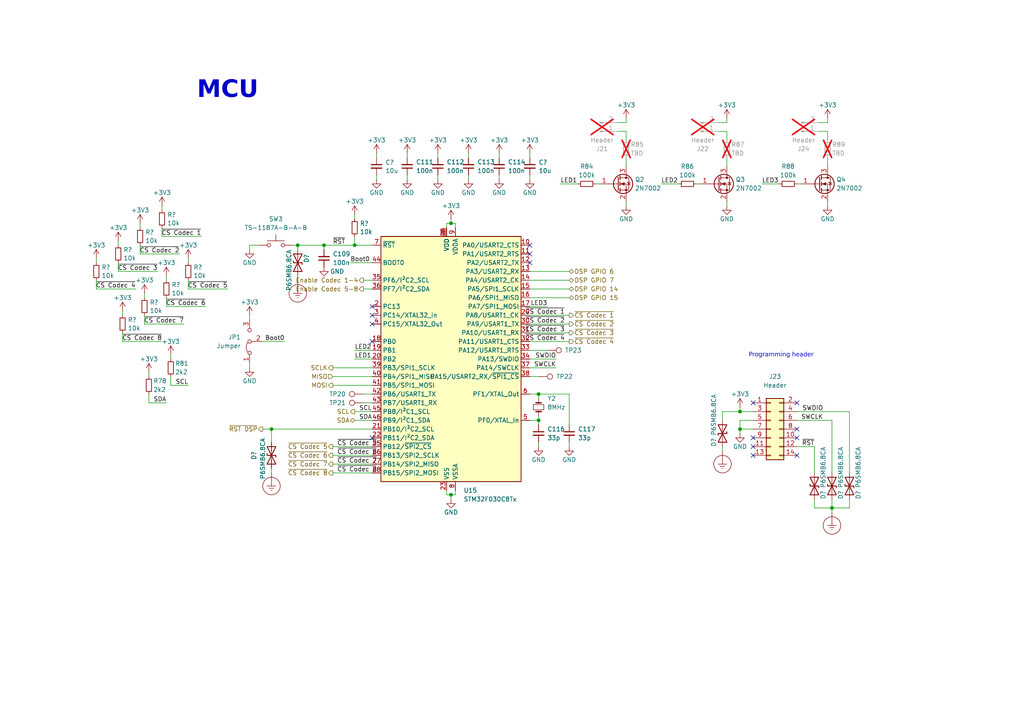
<source format=kicad_sch>
(kicad_sch (version 20230121) (generator eeschema)
  (paper "A4")
  (title_block (title "SmallDSP Maxi") (date "2023-11-06") (rev "1.0") (company "Till Heuer"))
  (junction (at 130.81 64.77))
  (junction (at 78.74 124.46))
  (junction (at 156.21 121.92))
  (junction (at 214.63 119.38))
  (junction (at 130.81 143.51))
  (junction (at 86.36 71.12))
  (junction (at 241.3 147.32))
  (junction (at 93.98 71.12))
  (junction (at 214.63 124.46))
  (junction (at 156.21 114.3))
  (junction (at 102.87 71.12))
  (no_connect (at 153.67 76.2))
  (no_connect (at 107.95 88.9))
  (no_connect (at 107.95 127))
  (no_connect (at 218.44 116.84))
  (no_connect (at 107.95 91.44))
  (no_connect (at 218.44 127))
  (no_connect (at 218.44 129.54))
  (no_connect (at 231.14 132.08))
  (no_connect (at 231.14 124.46))
  (no_connect (at 107.95 99.06))
  (no_connect (at 153.67 71.12))
  (no_connect (at 218.44 132.08))
  (no_connect (at 231.14 116.84))
  (no_connect (at 231.14 127))
  (no_connect (at 153.67 73.66))
  (no_connect (at 107.95 93.98))
  (wire (pts (xy 76.2 124.46) (xy 78.74 124.46)))
  (wire (pts (xy 107.95 101.6) (xy 102.87 101.6)))
  (wire (pts (xy 96.52 106.68) (xy 107.95 106.68)))
  (wire (pts (xy 165.1 91.44) (xy 153.67 91.44)))
  (wire (pts (xy 156.21 121.92) (xy 153.67 121.92)))
  (wire (pts (xy 49.53 111.76) (xy 49.53 109.22)))
  (wire (pts (xy 156.21 114.3) (xy 156.21 115.57)))
  (wire (pts (xy 41.91 85.09) (xy 41.91 86.36)))
  (wire (pts (xy 165.1 128.27) (xy 165.1 129.54)))
  (wire (pts (xy 153.67 83.82) (xy 165.1 83.82)))
  (wire (pts (xy 156.21 123.19) (xy 156.21 121.92)))
  (wire (pts (xy 96.52 111.76) (xy 107.95 111.76)))
  (wire (pts (xy 172.72 53.34) (xy 173.99 53.34)))
  (wire (pts (xy 165.1 114.3) (xy 156.21 114.3)))
  (wire (pts (xy 156.21 120.65) (xy 156.21 121.92)))
  (wire (pts (xy 135.89 45.72) (xy 135.89 44.45)))
  (wire (pts (xy 132.08 143.51) (xy 130.81 143.51)))
  (wire (pts (xy 129.54 66.04) (xy 129.54 64.77)))
  (wire (pts (xy 153.67 52.07) (xy 153.67 50.8)))
  (wire (pts (xy 46.99 68.58) (xy 46.99 66.04)))
  (wire (pts (xy 59.69 88.9) (xy 48.26 88.9)))
  (wire (pts (xy 66.04 83.82) (xy 54.61 83.82)))
  (wire (pts (xy 165.1 99.06) (xy 153.67 99.06)))
  (wire (pts (xy 102.87 62.23) (xy 102.87 63.5)))
  (wire (pts (xy 218.44 121.92) (xy 214.63 121.92)))
  (wire (pts (xy 165.1 96.52) (xy 153.67 96.52)))
  (wire (pts (xy 107.95 104.14) (xy 102.87 104.14)))
  (wire (pts (xy 165.1 93.98) (xy 153.67 93.98)))
  (wire (pts (xy 153.67 101.6) (xy 158.75 101.6)))
  (wire (pts (xy 153.67 78.74) (xy 165.1 78.74)))
  (wire (pts (xy 241.3 147.32) (xy 246.38 147.32)))
  (wire (pts (xy 43.18 116.84) (xy 43.18 114.3)))
  (wire (pts (xy 153.67 109.22) (xy 156.21 109.22)))
  (wire (pts (xy 181.61 58.42) (xy 181.61 59.69)))
  (wire (pts (xy 102.87 71.12) (xy 107.95 71.12)))
  (wire (pts (xy 210.82 45.72) (xy 210.82 48.26)))
  (wire (pts (xy 93.98 72.39) (xy 93.98 71.12)))
  (wire (pts (xy 135.89 52.07) (xy 135.89 50.8)))
  (wire (pts (xy 107.95 114.3) (xy 105.41 114.3)))
  (wire (pts (xy 153.67 114.3) (xy 156.21 114.3)))
  (wire (pts (xy 96.52 129.54) (xy 107.95 129.54)))
  (wire (pts (xy 210.82 34.29) (xy 210.82 35.56)))
  (wire (pts (xy 209.55 129.54) (xy 209.55 130.81)))
  (wire (pts (xy 209.55 119.38) (xy 209.55 121.92)))
  (wire (pts (xy 96.52 109.22) (xy 107.95 109.22)))
  (wire (pts (xy 236.22 147.32) (xy 241.3 147.32)))
  (wire (pts (xy 72.39 91.44) (xy 72.39 92.71)))
  (wire (pts (xy 132.08 64.77) (xy 132.08 66.04)))
  (wire (pts (xy 109.22 52.07) (xy 109.22 50.8)))
  (wire (pts (xy 231.14 119.38) (xy 246.38 119.38)))
  (wire (pts (xy 130.81 64.77) (xy 132.08 64.77)))
  (wire (pts (xy 214.63 124.46) (xy 214.63 125.73)))
  (wire (pts (xy 208.28 38.1) (xy 210.82 38.1)))
  (wire (pts (xy 240.03 58.42) (xy 240.03 59.69)))
  (wire (pts (xy 153.67 81.28) (xy 165.1 81.28)))
  (wire (pts (xy 105.41 81.28) (xy 107.95 81.28)))
  (wire (pts (xy 179.07 38.1) (xy 181.61 38.1)))
  (wire (pts (xy 241.3 144.78) (xy 241.3 147.32)))
  (wire (pts (xy 72.39 71.12) (xy 72.39 72.39)))
  (wire (pts (xy 165.1 114.3) (xy 165.1 123.19)))
  (wire (pts (xy 102.87 119.38) (xy 107.95 119.38)))
  (wire (pts (xy 181.61 45.72) (xy 181.61 48.26)))
  (wire (pts (xy 27.94 74.93) (xy 27.94 76.2)))
  (wire (pts (xy 240.03 34.29) (xy 240.03 35.56)))
  (wire (pts (xy 54.61 83.82) (xy 54.61 81.28)))
  (wire (pts (xy 214.63 124.46) (xy 218.44 124.46)))
  (wire (pts (xy 214.63 119.38) (xy 214.63 118.11)))
  (wire (pts (xy 179.07 35.56) (xy 181.61 35.56)))
  (wire (pts (xy 48.26 88.9) (xy 48.26 86.36)))
  (wire (pts (xy 46.99 59.69) (xy 46.99 60.96)))
  (wire (pts (xy 236.22 129.54) (xy 236.22 137.16)))
  (wire (pts (xy 127 45.72) (xy 127 44.45)))
  (wire (pts (xy 144.78 45.72) (xy 144.78 44.45)))
  (wire (pts (xy 54.61 74.93) (xy 54.61 76.2)))
  (wire (pts (xy 39.37 83.82) (xy 27.94 83.82)))
  (wire (pts (xy 96.52 132.08) (xy 107.95 132.08)))
  (wire (pts (xy 74.93 71.12) (xy 72.39 71.12)))
  (wire (pts (xy 78.74 135.89) (xy 78.74 137.16)))
  (wire (pts (xy 82.55 99.06) (xy 76.2 99.06)))
  (wire (pts (xy 246.38 144.78) (xy 246.38 147.32)))
  (wire (pts (xy 127 52.07) (xy 127 50.8)))
  (wire (pts (xy 210.82 58.42) (xy 210.82 59.69)))
  (wire (pts (xy 237.49 38.1) (xy 240.03 38.1)))
  (wire (pts (xy 27.94 83.82) (xy 27.94 81.28)))
  (wire (pts (xy 231.14 129.54) (xy 236.22 129.54)))
  (wire (pts (xy 153.67 88.9) (xy 158.75 88.9)))
  (wire (pts (xy 144.78 52.07) (xy 144.78 50.8)))
  (wire (pts (xy 156.21 128.27) (xy 156.21 129.54)))
  (wire (pts (xy 35.56 99.06) (xy 35.56 96.52)))
  (wire (pts (xy 78.74 124.46) (xy 78.74 128.27)))
  (wire (pts (xy 130.81 143.51) (xy 130.81 144.78)))
  (wire (pts (xy 181.61 38.1) (xy 181.61 40.64)))
  (wire (pts (xy 130.81 63.5) (xy 130.81 64.77)))
  (wire (pts (xy 218.44 119.38) (xy 214.63 119.38)))
  (wire (pts (xy 46.99 99.06) (xy 35.56 99.06)))
  (wire (pts (xy 208.28 35.56) (xy 210.82 35.56)))
  (wire (pts (xy 58.42 68.58) (xy 46.99 68.58)))
  (wire (pts (xy 102.87 68.58) (xy 102.87 71.12)))
  (wire (pts (xy 102.87 121.92) (xy 107.95 121.92)))
  (wire (pts (xy 86.36 81.28) (xy 86.36 80.01)))
  (wire (pts (xy 52.07 73.66) (xy 40.64 73.66)))
  (wire (pts (xy 241.3 121.92) (xy 241.3 137.16)))
  (wire (pts (xy 129.54 64.77) (xy 130.81 64.77)))
  (wire (pts (xy 236.22 144.78) (xy 236.22 147.32)))
  (wire (pts (xy 78.74 124.46) (xy 107.95 124.46)))
  (wire (pts (xy 45.72 78.74) (xy 34.29 78.74)))
  (wire (pts (xy 153.67 106.68) (xy 161.29 106.68)))
  (wire (pts (xy 210.82 38.1) (xy 210.82 40.64)))
  (wire (pts (xy 231.14 121.92) (xy 241.3 121.92)))
  (wire (pts (xy 214.63 121.92) (xy 214.63 124.46)))
  (wire (pts (xy 93.98 71.12) (xy 102.87 71.12)))
  (wire (pts (xy 96.52 137.16) (xy 107.95 137.16)))
  (wire (pts (xy 107.95 116.84) (xy 105.41 116.84)))
  (wire (pts (xy 109.22 45.72) (xy 109.22 44.45)))
  (wire (pts (xy 232.41 53.34) (xy 231.14 53.34)))
  (wire (pts (xy 153.67 45.72) (xy 153.67 44.45)))
  (wire (pts (xy 203.2 53.34) (xy 201.93 53.34)))
  (wire (pts (xy 241.3 147.32) (xy 241.3 148.59)))
  (wire (pts (xy 196.85 53.34) (xy 191.77 53.34)))
  (wire (pts (xy 129.54 143.51) (xy 129.54 142.24)))
  (wire (pts (xy 48.26 116.84) (xy 43.18 116.84)))
  (wire (pts (xy 96.52 134.62) (xy 107.95 134.62)))
  (wire (pts (xy 35.56 90.17) (xy 35.56 91.44)))
  (wire (pts (xy 240.03 45.72) (xy 240.03 48.26)))
  (wire (pts (xy 34.29 69.85) (xy 34.29 71.12)))
  (wire (pts (xy 41.91 93.98) (xy 41.91 91.44)))
  (wire (pts (xy 86.36 71.12) (xy 93.98 71.12)))
  (wire (pts (xy 181.61 34.29) (xy 181.61 35.56)))
  (wire (pts (xy 118.11 45.72) (xy 118.11 44.45)))
  (wire (pts (xy 105.41 83.82) (xy 107.95 83.82)))
  (wire (pts (xy 40.64 73.66) (xy 40.64 71.12)))
  (wire (pts (xy 153.67 86.36) (xy 165.1 86.36)))
  (wire (pts (xy 153.67 104.14) (xy 161.29 104.14)))
  (wire (pts (xy 85.09 71.12) (xy 86.36 71.12)))
  (wire (pts (xy 53.34 93.98) (xy 41.91 93.98)))
  (wire (pts (xy 209.55 119.38) (xy 214.63 119.38)))
  (wire (pts (xy 72.39 106.68) (xy 72.39 105.41)))
  (wire (pts (xy 34.29 78.74) (xy 34.29 76.2)))
  (wire (pts (xy 40.64 64.77) (xy 40.64 66.04)))
  (wire (pts (xy 226.06 53.34) (xy 220.98 53.34)))
  (wire (pts (xy 237.49 35.56) (xy 240.03 35.56)))
  (wire (pts (xy 54.61 111.76) (xy 49.53 111.76)))
  (wire (pts (xy 101.6 76.2) (xy 107.95 76.2)))
  (wire (pts (xy 48.26 80.01) (xy 48.26 81.28)))
  (wire (pts (xy 49.53 102.87) (xy 49.53 104.14)))
  (wire (pts (xy 240.03 38.1) (xy 240.03 40.64)))
  (wire (pts (xy 118.11 52.07) (xy 118.11 50.8)))
  (wire (pts (xy 162.56 53.34) (xy 167.64 53.34)))
  (wire (pts (xy 130.81 143.51) (xy 129.54 143.51)))
  (wire (pts (xy 43.18 107.95) (xy 43.18 109.22)))
  (wire (pts (xy 246.38 119.38) (xy 246.38 137.16)))
  (wire (pts (xy 132.08 142.24) (xy 132.08 143.51)))
  (wire (pts (xy 86.36 71.12) (xy 86.36 72.39)))
  (text "MCU" (at 57.15 30.48 0) (effects (font (size 5 5) (thickness 1) bold) (justify left bottom)))
  (text "Programming header" (at 217.17 104.14 0) (effects (font (size 1.27 1.27)) (justify left bottom)))
  (label "~{CS Codec 1}" (at 58.42 68.58 180))
  (label "~{CS Codec 1}" (at 163.83 91.44 180))
  (label "~{CS Codec 6}" (at 59.69 88.9 180))
  (label "SWDIO" (at 161.29 104.14 180))
  (label "LED1" (at 162.56 53.34 0))
  (label "~{CS Codec 5}" (at 97.79 129.54 0))
  (label "SCL" (at 54.61 111.76 180))
  (label "Boot0" (at 82.55 99.06 180))
  (label "~{CS Codec 8}" (at 97.79 137.16 0))
  (label "~{CS Codec 7}" (at 97.79 134.62 0))
  (label "~{CS Codec 3}" (at 45.72 78.74 180))
  (label "LED1" (at 102.87 104.14 0))
  (label "~{CS Codec 5}" (at 66.04 83.82 180))
  (label "~{CS Codec 2}" (at 163.83 93.98 180))
  (label "SDA" (at 48.26 116.84 180))
  (label "~{CS Codec 7}" (at 53.34 93.98 180))
  (label "Boot0" (at 101.6 76.2 0))
  (label "SWCLK" (at 161.29 106.68 180))
  (label "~{CS Codec 3}" (at 163.83 96.52 180))
  (label "LED2" (at 191.77 53.34 0))
  (label "~{CS Codec 6}" (at 97.79 132.08 0))
  (label "LED3" (at 158.75 88.9 180))
  (label "SWCLK" (at 238.76 121.92 180))
  (label "~{CS Codec 8}" (at 46.99 99.06 180))
  (label "SDA" (at 104.14 121.92 0))
  (label "SWDIO" (at 238.76 119.38 180))
  (label "~{CS Codec 4}" (at 163.83 99.06 180))
  (label "~{CS Codec 4}" (at 39.37 83.82 180))
  (label "~{RST}" (at 236.22 129.54 180))
  (label "~{CS Codec 2}" (at 52.07 73.66 180))
  (label "~{RST}" (at 96.52 71.12 0))
  (label "LED2" (at 102.87 101.6 0))
  (label "LED3" (at 220.98 53.34 0))
  (label "SCL" (at 104.14 119.38 0))
  (hierarchical_label "~{RST DSP}" (shape output) (at 76.2 124.46 180))
  (hierarchical_label "~{CS Codec 6}" (shape output) (at 96.52 132.08 180))
  (hierarchical_label "~{CS Codec 3}" (shape output) (at 165.1 96.52 0))
  (hierarchical_label "DSP GPIO 15" (shape bidirectional) (at 165.1 86.36 0))
  (hierarchical_label "~{CS Codec 1}" (shape output) (at 165.1 91.44 0))
  (hierarchical_label "Enable Codec 5-8" (shape output) (at 105.41 83.82 180))
  (hierarchical_label "SDA" (shape bidirectional) (at 102.87 121.92 180))
  (hierarchical_label "DSP GPIO 14" (shape bidirectional) (at 165.1 83.82 0))
  (hierarchical_label "SCLK" (shape output) (at 96.52 106.68 180))
  (hierarchical_label "DSP GPIO 7" (shape bidirectional) (at 165.1 81.28 0))
  (hierarchical_label "~{CS Codec 8}" (shape output) (at 96.52 137.16 180))
  (hierarchical_label "SCL" (shape output) (at 102.87 119.38 180))
  (hierarchical_label "MISO" (shape input) (at 96.52 109.22 180))
  (hierarchical_label "~{CS Codec 7}" (shape output) (at 96.52 134.62 180))
  (hierarchical_label "~{CS Codec 5}" (shape output) (at 96.52 129.54 180))
  (hierarchical_label "~{CS Codec 2}" (shape output) (at 165.1 93.98 0))
  (hierarchical_label "~{CS Codec 4}" (shape output) (at 165.1 99.06 0))
  (hierarchical_label "Enable Codec 1-4" (shape output) (at 105.41 81.28 180))
  (hierarchical_label "DSP GPIO 6" (shape bidirectional) (at 165.1 78.74 0))
  (hierarchical_label "MOSI" (shape output) (at 96.52 111.76 180))
  (symbol (lib_id "Device:R_Small") (at 170.18 53.34 270) (unit 1)
    (property "Reference" "R84" (at 170.18 48.26 90))
    (property "Value" "100k" (at 170.18 50.8 90))
    (property "Footprint" "Resistor_SMD:R_0402_1005Metric" (effects hide))
    (property "Manufacturer" "UNI-ROYAL(Uniroyal Elec)" (effects hide))
    (property "Part Number" "0402WGF1003TCE" (effects hide))
    (property "Tolerance" "1%" (effects hide))
    (property "Assembling" "X" (effects hide))
    (property "Rated Power" "62.5mW" (effects hide))
    (property "LCSC Part #" "C25741" (effects hide))
    (instances (project "SmallDSPMicro" (path "" (reference "R84") (unit 1))) (project "Microcontroller" (path "" (reference "R?") (unit 1))) (project "Active_Monitor_Router" (path "" (reference "R?") (unit 1))))
  )
  (symbol (lib_id "power:GND") (at 130.81 144.78 0) (unit 1)
    (property "Reference" "#PWR?" (effects hide))
    (property "Value" "GND" (at 130.81 148.59 0))
    (instances (project "SmallDSPMicro" (path "" (reference "#PWR?") (unit 1)) (path "" (reference "#PWR0368") (unit 1))))
  )
  (symbol (lib_id "power:+3V3") (at 49.53 102.87 0) (unit 1)
    (property "Reference" "#PWR0352" (effects hide))
    (property "Value" "+3V3" (at 49.53 99.06 0))
    (instances (project "SmallDSPMicro" (path "" (reference "#PWR0352") (unit 1))) (project "Microcontroller" (path "" (reference "#PWR?") (unit 1))) (project "Active_Monitor_Router" (path "" (reference "#PWR?") (unit 1))))
  )
  (symbol (lib_id "Device:C_Small") (at 144.78 48.26 180) (unit 1)
    (property "Reference" "C114" (at 147.32 46.99 0) (effects (justify right)))
    (property "Value" "100n" (at 147.32 49.53 0) (effects (justify right)))
    (property "Footprint" "Capacitor_SMD:C_0402_1005Metric" (effects hide))
    (property "Manufacturer" "Samsung Electro-Mechanics" (effects hide))
    (property "Part Number" "CL05B104KB54PNC" (effects hide))
    (property "Dielectric" "X7R" (effects hide))
    (property "Rated Voltage" "50V" (effects hide))
    (property "Tolerance" "10%" (effects hide))
    (property "Notes" "-25%@10VDC" (effects hide))
    (property "Assembling" "X" (effects hide))
    (property "LCSC Part #" "C307331" (effects hide))
    (instances (project "SmallDSPMicro" (path "" (reference "C114") (unit 1))) (project "Microcontroller" (path "" (reference "C?") (unit 1))) (project "Active_Monitor_Router" (path "" (reference "C?") (unit 1))))
  )
  (symbol (lib_id "power:GND") (at 127 52.07 0) (unit 1)
    (property "Reference" "#PWR0366" (effects hide))
    (property "Value" "GND" (at 127 55.88 0))
    (instances (project "SmallDSPMicro" (path "" (reference "#PWR0366") (unit 1))) (project "Microcontroller" (path "" (reference "#PWR?") (unit 1))) (project "Active_Monitor_Router" (path "" (reference "#PWR?") (unit 1))))
  )
  (symbol (lib_id "Connector:Conn_01x02_Pin") (at 173.99 38.1 0) (mirror x) (unit 1) (dnp yes)
    (property "Reference" "J21" (at 174.625 43.18 0))
    (property "Value" "Header" (at 174.625 40.64 0))
    (property "Footprint" "Connector_PinHeader_1.27mm:PinHeader_1x02_P1.27mm_Vertical" (effects hide))
    (property "LCSC Part #" "-" (effects hide))
    (property "Manufacturer" "-" (effects hide))
    (property "Part Number" "-" (effects hide))
  )
  (symbol (lib_id "Device:R_Small") (at 41.91 88.9 0) (unit 1)
    (property "Reference" "R?" (at 43.4086 87.6879 0) (effects (justify left)))
    (property "Value" "10k" (at 43.4086 90.1121 0) (effects (justify left)))
    (property "Footprint" "Resistor_SMD:R_0402_1005Metric" (effects hide))
    (property "Assembling" "X" (effects hide))
    (property "Manufacturer" "UNI-ROYAL(Uniroyal Elec)" (effects hide))
    (property "Rated Power" "62.5mW" (effects hide))
    (property "Part Number" "0402WGF1002TCE" (effects hide))
    (property "Tolerance" "1%" (effects hide))
    (property "LCSC Part #" "C25744" (effects hide))
    (instances (project "SmallDSPMicro" (path "" (reference "R?") (unit 1)) (path "" (reference "R77") (unit 1))))
  )
  (symbol (lib_id "power:+3V3") (at 109.22 44.45 0) (unit 1)
    (property "Reference" "#PWR?" (effects hide))
    (property "Value" "+3V3" (at 109.22 40.64 0))
    (instances (project "SmallDSPMicro" (path "" (reference "#PWR?") (unit 1)) (path "" (reference "#PWR0361") (unit 1))))
  )
  (symbol (lib_id "Device:D_TVS") (at 209.55 125.73 270) (mirror x) (unit 1)
    (property "Reference" "D?" (at 207.01 127 0) (effects (justify right)))
    (property "Value" "P6SMB6.8CA" (at 207.01 114.3 0) (effects (justify right)))
    (property "Footprint" "Diode_SMD:D_SMB" (effects hide))
    (property "Assembling" "X" (effects hide))
    (property "Manufacturer" "Brightking" (effects hide))
    (property "Part Number" "P6SMB6.8CA/TR13" (effects hide))
    (property "LCSC Part #" "C78395" (effects hide))
    (instances (project "SmallDSPMicro" (path "" (reference "D?") (unit 1)) (path "" (reference "D18") (unit 1))))
  )
  (symbol (lib_id "power:Earth_Protective") (at 78.74 137.16 0) (unit 1)
    (property "Reference" "#PWR?" (effects hide))
    (property "Value" "Earth_Protective" (effects hide))
    (instances (project "SmallDSPMicro" (path "" (reference "#PWR?") (unit 1)) (path "" (reference "#PWR0357") (unit 1))))
  )
  (symbol (lib_id "Device:R_Small") (at 199.39 53.34 270) (unit 1)
    (property "Reference" "R86" (at 199.39 48.26 90))
    (property "Value" "100k" (at 199.39 50.8 90))
    (property "Footprint" "Resistor_SMD:R_0402_1005Metric" (effects hide))
    (property "Manufacturer" "UNI-ROYAL(Uniroyal Elec)" (effects hide))
    (property "Part Number" "0402WGF1003TCE" (effects hide))
    (property "Tolerance" "1%" (effects hide))
    (property "Assembling" "X" (effects hide))
    (property "Rated Power" "62.5mW" (effects hide))
    (property "LCSC Part #" "C25741" (effects hide))
    (instances (project "SmallDSPMicro" (path "" (reference "R86") (unit 1))) (project "Microcontroller" (path "" (reference "R?") (unit 1))) (project "Active_Monitor_Router" (path "" (reference "R?") (unit 1))))
  )
  (symbol (lib_id "Device:D_TVS") (at 241.3 140.97 90) (unit 1)
    (property "Reference" "D?" (at 243.84 142.24 0) (effects (justify right)))
    (property "Value" "P6SMB6.8CA" (at 243.84 129.54 0) (effects (justify right)))
    (property "Footprint" "Diode_SMD:D_SMB" (effects hide))
    (property "Assembling" "X" (effects hide))
    (property "Manufacturer" "Brightking" (effects hide))
    (property "Part Number" "P6SMB6.8CA/TR13" (effects hide))
    (property "LCSC Part #" "C78395" (effects hide))
    (instances (project "SmallDSPMicro" (path "" (reference "D?") (unit 1)) (path "" (reference "D20") (unit 1))))
  )
  (symbol (lib_id "power:+3V3") (at 40.64 64.77 0) (unit 1)
    (property "Reference" "#PWR0347" (effects hide))
    (property "Value" "+3V3" (at 40.64 60.96 0))
    (instances (project "SmallDSPMicro" (path "" (reference "#PWR0347") (unit 1))) (project "Microcontroller" (path "" (reference "#PWR?") (unit 1))) (project "Active_Monitor_Router" (path "" (reference "#PWR?") (unit 1))))
  )
  (symbol (lib_id "power:GND") (at 181.61 59.69 0) (unit 1)
    (property "Reference" "#PWR0378" (effects hide))
    (property "Value" "GND" (at 181.61 63.5 0))
    (instances (project "SmallDSPMicro" (path "" (reference "#PWR0378") (unit 1))) (project "Microcontroller" (path "" (reference "#PWR?") (unit 1))) (project "Active_Monitor_Router" (path "" (reference "#PWR?") (unit 1))))
  )
  (symbol (lib_id "power:+3V3") (at 102.87 62.23 0) (unit 1)
    (property "Reference" "#PWR0360" (effects hide))
    (property "Value" "+3V3" (at 102.87 58.42 0))
    (instances (project "SmallDSPMicro" (path "" (reference "#PWR0360") (unit 1))) (project "Microcontroller" (path "" (reference "#PWR?") (unit 1))) (project "Active_Monitor_Router" (path "" (reference "#PWR?") (unit 1))))
  )
  (symbol (lib_id "power:GND") (at 144.78 52.07 0) (unit 1)
    (property "Reference" "#PWR0372" (effects hide))
    (property "Value" "GND" (at 144.78 55.88 0))
    (instances (project "SmallDSPMicro" (path "" (reference "#PWR0372") (unit 1))) (project "Microcontroller" (path "" (reference "#PWR?") (unit 1))) (project "Active_Monitor_Router" (path "" (reference "#PWR?") (unit 1))))
  )
  (symbol (lib_id "power:Earth_Protective") (at 86.36 81.28 0) (unit 1)
    (property "Reference" "#PWR?" (effects hide))
    (property "Value" "Earth_Protective" (effects hide))
    (instances (project "SmallDSPMicro" (path "" (reference "#PWR?") (unit 1)) (path "" (reference "#PWR0358") (unit 1))))
  )
  (symbol (lib_id "power:+3V3") (at 210.82 34.29 0) (unit 1)
    (property "Reference" "#PWR?" (effects hide))
    (property "Value" "+3V3" (at 210.82 30.48 0))
    (instances (project "SmallDSPMicro" (path "" (reference "#PWR?") (unit 1)) (path "" (reference "#PWR0380") (unit 1))))
  )
  (symbol (lib_id "Device:D_TVS") (at 246.38 140.97 90) (unit 1)
    (property "Reference" "D?" (at 248.92 142.24 0) (effects (justify right)))
    (property "Value" "P6SMB6.8CA" (at 248.92 129.54 0) (effects (justify right)))
    (property "Footprint" "Diode_SMD:D_SMB" (effects hide))
    (property "Assembling" "X" (effects hide))
    (property "Manufacturer" "Brightking" (effects hide))
    (property "Part Number" "P6SMB6.8CA/TR13" (effects hide))
    (property "LCSC Part #" "C78395" (effects hide))
    (instances (project "SmallDSPMicro" (path "" (reference "D?") (unit 1)) (path "" (reference "D21") (unit 1))))
  )
  (symbol (lib_id "1_Project_Symbols:STM32F030C8Tx") (at 130.81 106.68 0) (unit 1)
    (property "Reference" "U15" (at 134.453 142.24 0) (effects (justify left)))
    (property "Value" "STM32F030C8Tx" (at 134.453 144.78 0) (effects (justify left)))
    (property "Footprint" "Package_QFP:LQFP-48_7x7mm_P0.5mm" (effects hide))
    (property "Datasheet" "https://www.st.com/resource/en/datasheet/stm32f030c8.pdf" (effects hide))
    (property "Assembling" "X" (effects hide))
    (property "Manufacturer" "ST Microelectronics" (effects hide))
    (property "Part Number" "STM32F030C8T6" (effects hide))
    (property "LCSC Part #" "C23922" (effects hide))
  )
  (symbol (lib_id "power:+3V3") (at 54.61 74.93 0) (unit 1)
    (property "Reference" "#PWR0353" (effects hide))
    (property "Value" "+3V3" (at 54.61 71.12 0))
    (instances (project "SmallDSPMicro" (path "" (reference "#PWR0353") (unit 1))) (project "Microcontroller" (path "" (reference "#PWR?") (unit 1))) (project "Active_Monitor_Router" (path "" (reference "#PWR?") (unit 1))))
  )
  (symbol (lib_id "power:+3V3") (at 35.56 90.17 0) (unit 1)
    (property "Reference" "#PWR0346" (effects hide))
    (property "Value" "+3V3" (at 35.56 86.36 0))
    (instances (project "SmallDSPMicro" (path "" (reference "#PWR0346") (unit 1))) (project "Microcontroller" (path "" (reference "#PWR?") (unit 1))) (project "Active_Monitor_Router" (path "" (reference "#PWR?") (unit 1))))
  )
  (symbol (lib_id "power:+3V3") (at 41.91 85.09 0) (unit 1)
    (property "Reference" "#PWR0348" (effects hide))
    (property "Value" "+3V3" (at 41.91 81.28 0))
    (instances (project "SmallDSPMicro" (path "" (reference "#PWR0348") (unit 1))) (project "Microcontroller" (path "" (reference "#PWR?") (unit 1))) (project "Active_Monitor_Router" (path "" (reference "#PWR?") (unit 1))))
  )
  (symbol (lib_id "Device:R_Small") (at 48.26 83.82 0) (unit 1)
    (property "Reference" "R?" (at 49.7586 82.6079 0) (effects (justify left)))
    (property "Value" "10k" (at 49.7586 85.0321 0) (effects (justify left)))
    (property "Footprint" "Resistor_SMD:R_0402_1005Metric" (effects hide))
    (property "Assembling" "X" (effects hide))
    (property "Manufacturer" "UNI-ROYAL(Uniroyal Elec)" (effects hide))
    (property "Rated Power" "62.5mW" (effects hide))
    (property "Part Number" "0402WGF1002TCE" (effects hide))
    (property "Tolerance" "1%" (effects hide))
    (property "LCSC Part #" "C25744" (effects hide))
    (instances (project "SmallDSPMicro" (path "" (reference "R?") (unit 1)) (path "" (reference "R80") (unit 1))))
  )
  (symbol (lib_id "Connector:Conn_01x02_Pin") (at 232.41 38.1 0) (mirror x) (unit 1) (dnp yes)
    (property "Reference" "J24" (at 233.045 43.18 0))
    (property "Value" "Header" (at 233.045 40.64 0))
    (property "Footprint" "Connector_PinHeader_1.27mm:PinHeader_1x02_P1.27mm_Vertical" (effects hide))
    (property "LCSC Part #" "-" (effects hide))
    (property "Manufacturer" "-" (effects hide))
    (property "Part Number" "-" (effects hide))
  )
  (symbol (lib_id "power:GND") (at 135.89 52.07 0) (unit 1)
    (property "Reference" "#PWR0370" (effects hide))
    (property "Value" "GND" (at 135.89 55.88 0))
    (instances (project "SmallDSPMicro" (path "" (reference "#PWR0370") (unit 1))) (project "Microcontroller" (path "" (reference "#PWR?") (unit 1))) (project "Active_Monitor_Router" (path "" (reference "#PWR?") (unit 1))))
  )
  (symbol (lib_id "Connector:Conn_01x02_Pin") (at 203.2 38.1 0) (mirror x) (unit 1) (dnp yes)
    (property "Reference" "J22" (at 203.835 43.18 0))
    (property "Value" "Header" (at 203.835 40.64 0))
    (property "Footprint" "Connector_PinHeader_1.27mm:PinHeader_1x02_P1.27mm_Vertical" (effects hide))
    (property "LCSC Part #" "-" (effects hide))
    (property "Manufacturer" "-" (effects hide))
    (property "Part Number" "-" (effects hide))
  )
  (symbol (lib_id "Device:R_Small") (at 49.53 106.68 0) (unit 1)
    (property "Reference" "R81" (at 50.8 105.41 0) (effects (justify left)))
    (property "Value" "2k2" (at 50.8 107.95 0) (effects (justify left)))
    (property "Footprint" "Resistor_SMD:R_0402_1005Metric" (effects hide))
    (property "Manufacturer" "UNI-ROYAL(Uniroyal Elec)" (effects hide))
    (property "Part Number" "0402WGF2201TCE" (effects hide))
    (property "Tolerance" "1%" (effects hide))
    (property "Assembling" "X" (effects hide))
    (property "Rated Power" "62.5mW" (effects hide))
    (property "LCSC Part #" "C25879" (effects hide))
    (instances (project "SmallDSPMicro" (path "" (reference "R81") (unit 1))) (project "Microcontroller" (path "" (reference "R?") (unit 1))) (project "Active_Monitor_Router" (path "" (reference "R?") (unit 1))))
  )
  (symbol (lib_id "Device:R_Small") (at 27.94 78.74 0) (unit 1)
    (property "Reference" "R?" (at 29.4386 77.5279 0) (effects (justify left)))
    (property "Value" "10k" (at 29.4386 79.9521 0) (effects (justify left)))
    (property "Footprint" "Resistor_SMD:R_0402_1005Metric" (effects hide))
    (property "Assembling" "X" (effects hide))
    (property "Manufacturer" "UNI-ROYAL(Uniroyal Elec)" (effects hide))
    (property "Rated Power" "62.5mW" (effects hide))
    (property "Part Number" "0402WGF1002TCE" (effects hide))
    (property "Tolerance" "1%" (effects hide))
    (property "LCSC Part #" "C25744" (effects hide))
    (instances (project "SmallDSPMicro" (path "" (reference "R?") (unit 1)) (path "" (reference "R73") (unit 1))))
  )
  (symbol (lib_id "power:GND") (at 153.67 52.07 0) (unit 1)
    (property "Reference" "#PWR0374" (effects hide))
    (property "Value" "GND" (at 153.67 55.88 0))
    (instances (project "SmallDSPMicro" (path "" (reference "#PWR0374") (unit 1))) (project "Microcontroller" (path "" (reference "#PWR?") (unit 1))) (project "Active_Monitor_Router" (path "" (reference "#PWR?") (unit 1))))
  )
  (symbol (lib_id "Device:D_TVS") (at 236.22 140.97 90) (unit 1)
    (property "Reference" "D?" (at 238.76 142.24 0) (effects (justify right)))
    (property "Value" "P6SMB6.8CA" (at 238.76 129.54 0) (effects (justify right)))
    (property "Footprint" "Diode_SMD:D_SMB" (effects hide))
    (property "Assembling" "X" (effects hide))
    (property "Manufacturer" "Brightking" (effects hide))
    (property "Part Number" "P6SMB6.8CA/TR13" (effects hide))
    (property "LCSC Part #" "C78395" (effects hide))
    (instances (project "SmallDSPMicro" (path "" (reference "D?") (unit 1)) (path "" (reference "D19") (unit 1))))
  )
  (symbol (lib_id "Device:R_Small") (at 54.61 78.74 0) (unit 1)
    (property "Reference" "R?" (at 56.1086 77.5279 0) (effects (justify left)))
    (property "Value" "10k" (at 56.1086 79.9521 0) (effects (justify left)))
    (property "Footprint" "Resistor_SMD:R_0402_1005Metric" (effects hide))
    (property "Assembling" "X" (effects hide))
    (property "Manufacturer" "UNI-ROYAL(Uniroyal Elec)" (effects hide))
    (property "Rated Power" "62.5mW" (effects hide))
    (property "Part Number" "0402WGF1002TCE" (effects hide))
    (property "Tolerance" "1%" (effects hide))
    (property "LCSC Part #" "C25744" (effects hide))
    (instances (project "SmallDSPMicro" (path "" (reference "R?") (unit 1)) (path "" (reference "R82") (unit 1))))
  )
  (symbol (lib_id "Device:R_Small") (at 240.03 43.18 0) (unit 1) (dnp yes)
    (property "Reference" "R89" (at 241.3 41.91 0) (effects (justify left)))
    (property "Value" "TBD" (at 241.3 44.45 0) (effects (justify left)))
    (property "Footprint" "Resistor_SMD:R_0805_2012Metric_Pad1.20x1.40mm_HandSolder" (effects hide))
    (property "LCSC Part #" "-" (effects hide))
    (property "Manufacturer" "-" (effects hide))
    (property "Part Number" "-" (effects hide))
  )
  (symbol (lib_id "power:GND") (at 72.39 72.39 0) (unit 1)
    (property "Reference" "#PWR0354" (effects hide))
    (property "Value" "GND" (at 72.39 76.2 0))
    (instances (project "SmallDSPMicro" (path "" (reference "#PWR0354") (unit 1))) (project "Microcontroller" (path "" (reference "#PWR?") (unit 1))) (project "Active_Monitor_Router" (path "" (reference "#PWR?") (unit 1))))
  )
  (symbol (lib_id "Device:C_Small") (at 165.1 125.73 0) (unit 1)
    (property "Reference" "C117" (at 167.64 124.46 0) (effects (justify left)))
    (property "Value" "33p" (at 167.64 127 0) (effects (justify left)))
    (property "Footprint" "Capacitor_SMD:C_0402_1005Metric" (effects hide))
    (property "Dielectric" "C0G" (effects hide))
    (property "Rated Voltage" "50V" (effects hide))
    (property "Manufacturer" "FH (Guangdong Fenghua Advanced Tech)" (effects hide))
    (property "Part Number" "0402CG330J500NT" (effects hide))
    (property "Tolerance" "5%" (effects hide))
    (property "Assembling" "X" (effects hide))
    (property "LCSC Part #" "C1562" (effects hide))
    (instances (project "SmallDSPMicro" (path "" (reference "C117") (unit 1))) (project "Microcontroller" (path "" (reference "C?") (unit 1))) (project "Active_Monitor_Router" (path "" (reference "C?") (unit 1))))
  )
  (symbol (lib_id "Device:Q_NMOS_GSD") (at 237.49 53.34 0) (unit 1)
    (property "Reference" "Q4" (at 242.57 52.07 0) (effects (justify left)))
    (property "Value" "2N7002" (at 242.57 54.61 0) (effects (justify left)))
    (property "Footprint" "Package_TO_SOT_SMD:SOT-23" (effects hide))
    (property "Assembling" "X" (effects hide))
    (property "Manufacturer" "Jiangsu Changjing Electronics Technology Co., Ltd." (effects hide))
    (property "Part Number" "2N7002" (effects hide))
    (property "LCSC Part #" "C8545" (effects hide))
  )
  (symbol (lib_id "Connector_Generic:Conn_02x07_Odd_Even") (at 223.52 124.46 0) (unit 1)
    (property "Reference" "J23" (at 224.79 109.22 0))
    (property "Value" "Header" (at 224.79 111.76 0))
    (property "Footprint" "Connector_PinHeader_1.27mm:PinHeader_2x07_P1.27mm_Vertical" (effects hide))
    (property "Manufacturer" "Amphenol FCI" (effects hide))
    (property "Part Number" "20021111-00014T1LF" (effects hide))
    (property "LCSC Part #" "-" (effects hide))
    (instances (project "SmallDSPMicro" (path "" (reference "J23") (unit 1))) (project "Microcontroller" (path "" (reference "J?") (unit 1))) (project "Active_Monitor_Router" (path "" (reference "J?") (unit 1))))
  )
  (symbol (lib_id "power:GND") (at 156.21 129.54 0) (mirror y) (unit 1)
    (property "Reference" "#PWR0375" (effects hide))
    (property "Value" "GND" (at 156.21 133.35 0))
    (instances (project "SmallDSPMicro" (path "" (reference "#PWR0375") (unit 1))) (project "Microcontroller" (path "" (reference "#PWR?") (unit 1))) (project "Active_Monitor_Router" (path "" (reference "#PWR?") (unit 1))))
  )
  (symbol (lib_id "power:+3V3") (at 130.81 63.5 0) (unit 1)
    (property "Reference" "#PWR?" (effects hide))
    (property "Value" "+3V3" (at 130.81 59.69 0))
    (instances (project "SmallDSPMicro" (path "" (reference "#PWR?") (unit 1)) (path "" (reference "#PWR0367") (unit 1))))
  )
  (symbol (lib_id "Device:D_TVS") (at 86.36 76.2 90) (unit 1)
    (property "Reference" "D?" (at 88.9 73.66 0) (effects (justify right)))
    (property "Value" "P6SMB6.8CA" (at 83.82 72.39 0) (effects (justify right)))
    (property "Footprint" "Diode_SMD:D_SMB" (effects hide))
    (property "Assembling" "X" (effects hide))
    (property "Manufacturer" "Brightking" (effects hide))
    (property "Part Number" "P6SMB6.8CA/TR13" (effects hide))
    (property "LCSC Part #" "C78395" (effects hide))
    (instances (project "SmallDSPMicro" (path "" (reference "D?") (unit 1)) (path "" (reference "D17") (unit 1))))
  )
  (symbol (lib_id "power:GND") (at 118.11 52.07 0) (unit 1)
    (property "Reference" "#PWR0364" (effects hide))
    (property "Value" "GND" (at 118.11 55.88 0))
    (instances (project "SmallDSPMicro" (path "" (reference "#PWR0364") (unit 1))) (project "Microcontroller" (path "" (reference "#PWR?") (unit 1))) (project "Active_Monitor_Router" (path "" (reference "#PWR?") (unit 1))))
  )
  (symbol (lib_id "power:+3V3") (at 72.39 91.44 0) (unit 1)
    (property "Reference" "#PWR0355" (effects hide))
    (property "Value" "+3V3" (at 72.39 87.63 0))
    (instances (project "SmallDSPMicro" (path "" (reference "#PWR0355") (unit 1))) (project "Microcontroller" (path "" (reference "#PWR?") (unit 1))) (project "Active_Monitor_Router" (path "" (reference "#PWR?") (unit 1))))
  )
  (symbol (lib_id "power:GND") (at 214.63 125.73 0) (unit 1)
    (property "Reference" "#PWR0383" (effects hide))
    (property "Value" "GND" (at 214.63 129.54 0))
    (instances (project "SmallDSPMicro" (path "" (reference "#PWR0383") (unit 1))) (project "Microcontroller" (path "" (reference "#PWR?") (unit 1))) (project "Active_Monitor_Router" (path "" (reference "#PWR?") (unit 1))))
  )
  (symbol (lib_id "Connector:TestPoint") (at 105.41 116.84 90) (unit 1)
    (property "Reference" "TP21" (at 100.33 116.84 90) (effects (justify left)))
    (property "Value" "TestPoint" (effects hide))
    (property "Footprint" "TestPoint:TestPoint_Pad_D1.0mm" (effects hide))
    (property "LCSC Part #" "-" (effects hide))
    (property "Manufacturer" "-" (effects hide))
    (property "Part Number" "-" (effects hide))
  )
  (symbol (lib_id "power:Earth_Protective") (at 209.55 130.81 0) (unit 1)
    (property "Reference" "#PWR?" (effects hide))
    (property "Value" "Earth_Protective" (effects hide))
    (instances (project "SmallDSPMicro" (path "" (reference "#PWR?") (unit 1)) (path "" (reference "#PWR0379") (unit 1))))
  )
  (symbol (lib_id "power:+3V3") (at 27.94 74.93 0) (unit 1)
    (property "Reference" "#PWR0344" (effects hide))
    (property "Value" "+3V3" (at 27.94 71.12 0))
    (instances (project "SmallDSPMicro" (path "" (reference "#PWR0344") (unit 1))) (project "Microcontroller" (path "" (reference "#PWR?") (unit 1))) (project "Active_Monitor_Router" (path "" (reference "#PWR?") (unit 1))))
  )
  (symbol (lib_id "power:+3V3") (at 127 44.45 0) (unit 1)
    (property "Reference" "#PWR?" (effects hide))
    (property "Value" "+3V3" (at 127 40.64 0))
    (instances (project "SmallDSPMicro" (path "" (reference "#PWR?") (unit 1)) (path "" (reference "#PWR0365") (unit 1))))
  )
  (symbol (lib_id "Jumper:Jumper_3_Bridged12") (at 72.39 99.06 90) (unit 1)
    (property "Reference" "JP1" (at 69.85 97.7899 90) (effects (justify left)))
    (property "Value" "Jumper" (at 69.85 100.3299 90) (effects (justify left)))
    (property "Footprint" "Connector_PinHeader_2.54mm:PinHeader_1x03_P2.54mm_Vertical" (effects hide))
    (property "Manufacturer" "-" (effects hide))
    (property "Part Number" "-" (effects hide))
    (property "LCSC Part #" "-" (effects hide))
    (instances (project "SmallDSPMicro" (path "" (reference "JP1") (unit 1))) (project "Microcontroller" (path "" (reference "JP?") (unit 1))) (project "Active_Monitor_Router" (path "" (reference "JP?") (unit 1))))
  )
  (symbol (lib_id "Connector:TestPoint") (at 156.21 109.22 270) (unit 1)
    (property "Reference" "TP22" (at 161.29 109.22 90) (effects (justify left)))
    (property "Value" "TestPoint" (effects hide))
    (property "Footprint" "TestPoint:TestPoint_Pad_D1.0mm" (effects hide))
    (property "LCSC Part #" "-" (effects hide))
    (property "Manufacturer" "-" (effects hide))
    (property "Part Number" "-" (effects hide))
  )
  (symbol (lib_id "power:+3V3") (at 43.18 107.95 0) (unit 1)
    (property "Reference" "#PWR0349" (effects hide))
    (property "Value" "+3V3" (at 43.18 104.14 0))
    (instances (project "SmallDSPMicro" (path "" (reference "#PWR0349") (unit 1))) (project "Microcontroller" (path "" (reference "#PWR?") (unit 1))) (project "Active_Monitor_Router" (path "" (reference "#PWR?") (unit 1))))
  )
  (symbol (lib_id "power:+3V3") (at 46.99 59.69 0) (unit 1)
    (property "Reference" "#PWR0350" (effects hide))
    (property "Value" "+3V3" (at 46.99 55.88 0))
    (instances (project "SmallDSPMicro" (path "" (reference "#PWR0350") (unit 1))) (project "Microcontroller" (path "" (reference "#PWR?") (unit 1))) (project "Active_Monitor_Router" (path "" (reference "#PWR?") (unit 1))))
  )
  (symbol (lib_id "Device:D_TVS") (at 78.74 132.08 90) (unit 1)
    (property "Reference" "D?" (at 73.66 130.81 0) (effects (justify right)))
    (property "Value" "P6SMB6.8CA" (at 76.2 127 0) (effects (justify right)))
    (property "Footprint" "Diode_SMD:D_SMB" (effects hide))
    (property "Assembling" "X" (effects hide))
    (property "Manufacturer" "Brightking" (effects hide))
    (property "Part Number" "P6SMB6.8CA/TR13" (effects hide))
    (property "LCSC Part #" "C78395" (effects hide))
    (instances (project "SmallDSPMicro" (path "" (reference "D?") (unit 1)) (path "" (reference "D16") (unit 1))))
  )
  (symbol (lib_id "Device:R_Small") (at 102.87 66.04 0) (unit 1)
    (property "Reference" "R?" (at 104.3686 64.8279 0) (effects (justify left)))
    (property "Value" "10k" (at 104.3686 67.2521 0) (effects (justify left)))
    (property "Footprint" "Resistor_SMD:R_0402_1005Metric" (effects hide))
    (property "Assembling" "X" (effects hide))
    (property "Manufacturer" "UNI-ROYAL(Uniroyal Elec)" (effects hide))
    (property "Rated Power" "62.5mW" (effects hide))
    (property "Part Number" "0402WGF1002TCE" (effects hide))
    (property "Tolerance" "1%" (effects hide))
    (property "LCSC Part #" "C25744" (effects hide))
    (instances (project "SmallDSPMicro" (path "" (reference "R?") (unit 1)) (path "" (reference "R83") (unit 1))))
  )
  (symbol (lib_id "Device:R_Small") (at 34.29 73.66 0) (unit 1)
    (property "Reference" "R?" (at 35.7886 72.4479 0) (effects (justify left)))
    (property "Value" "10k" (at 35.7886 74.8721 0) (effects (justify left)))
    (property "Footprint" "Resistor_SMD:R_0402_1005Metric" (effects hide))
    (property "Assembling" "X" (effects hide))
    (property "Manufacturer" "UNI-ROYAL(Uniroyal Elec)" (effects hide))
    (property "Rated Power" "62.5mW" (effects hide))
    (property "Part Number" "0402WGF1002TCE" (effects hide))
    (property "Tolerance" "1%" (effects hide))
    (property "LCSC Part #" "C25744" (effects hide))
    (instances (project "SmallDSPMicro" (path "" (reference "R?") (unit 1)) (path "" (reference "R74") (unit 1))))
  )
  (symbol (lib_id "power:+3V3") (at 135.89 44.45 0) (unit 1)
    (property "Reference" "#PWR?" (effects hide))
    (property "Value" "+3V3" (at 135.89 40.64 0))
    (instances (project "SmallDSPMicro" (path "" (reference "#PWR?") (unit 1)) (path "" (reference "#PWR0369") (unit 1))))
  )
  (symbol (lib_id "power:+3V3") (at 34.29 69.85 0) (unit 1)
    (property "Reference" "#PWR0345" (effects hide))
    (property "Value" "+3V3" (at 34.29 66.04 0))
    (instances (project "SmallDSPMicro" (path "" (reference "#PWR0345") (unit 1))) (project "Microcontroller" (path "" (reference "#PWR?") (unit 1))) (project "Active_Monitor_Router" (path "" (reference "#PWR?") (unit 1))))
  )
  (symbol (lib_id "power:GND") (at 165.1 129.54 0) (unit 1)
    (property "Reference" "#PWR0376" (effects hide))
    (property "Value" "GND" (at 165.1 133.35 0))
    (instances (project "SmallDSPMicro" (path "" (reference "#PWR0376") (unit 1))) (project "Microcontroller" (path "" (reference "#PWR?") (unit 1))) (project "Active_Monitor_Router" (path "" (reference "#PWR?") (unit 1))))
  )
  (symbol (lib_id "power:GND") (at 72.39 106.68 0) (unit 1)
    (property "Reference" "#PWR0356" (effects hide))
    (property "Value" "GND" (at 72.39 110.49 0))
    (instances (project "SmallDSPMicro" (path "" (reference "#PWR0356") (unit 1))) (project "Microcontroller" (path "" (reference "#PWR?") (unit 1))) (project "Active_Monitor_Router" (path "" (reference "#PWR?") (unit 1)) (path "" (reference "#PWR?") (unit 1))))
  )
  (symbol (lib_id "Device:Q_NMOS_GSD") (at 179.07 53.34 0) (unit 1)
    (property "Reference" "Q2" (at 184.15 52.07 0) (effects (justify left)))
    (property "Value" "2N7002" (at 184.15 54.61 0) (effects (justify left)))
    (property "Footprint" "Package_TO_SOT_SMD:SOT-23" (effects hide))
    (property "Assembling" "X" (effects hide))
    (property "Manufacturer" "Jiangsu Changjing Electronics Technology Co., Ltd." (effects hide))
    (property "Part Number" "2N7002" (effects hide))
    (property "LCSC Part #" "C8545" (effects hide))
  )
  (symbol (lib_id "power:+3V3") (at 153.67 44.45 0) (unit 1)
    (property "Reference" "#PWR?" (effects hide))
    (property "Value" "+3V3" (at 153.67 40.64 0))
    (instances (project "SmallDSPMicro" (path "" (reference "#PWR?") (unit 1)) (path "" (reference "#PWR0373") (unit 1))))
  )
  (symbol (lib_id "power:+3V3") (at 181.61 34.29 0) (unit 1)
    (property "Reference" "#PWR?" (effects hide))
    (property "Value" "+3V3" (at 181.61 30.48 0))
    (instances (project "SmallDSPMicro" (path "" (reference "#PWR?") (unit 1)) (path "" (reference "#PWR0377") (unit 1))))
  )
  (symbol (lib_id "Device:C_Small") (at 156.21 125.73 0) (unit 1)
    (property "Reference" "C116" (at 158.75 124.46 0) (effects (justify left)))
    (property "Value" "33p" (at 158.75 127 0) (effects (justify left)))
    (property "Footprint" "Capacitor_SMD:C_0402_1005Metric" (effects hide))
    (property "Dielectric" "C0G" (effects hide))
    (property "Rated Voltage" "50V" (effects hide))
    (property "Manufacturer" "FH (Guangdong Fenghua Advanced Tech)" (effects hide))
    (property "Part Number" "0402CG330J500NT" (effects hide))
    (property "Tolerance" "5%" (effects hide))
    (property "Assembling" "X" (effects hide))
    (property "LCSC Part #" "C1562" (effects hide))
    (instances (project "SmallDSPMicro" (path "" (reference "C116") (unit 1))) (project "Microcontroller" (path "" (reference "C?") (unit 1))) (project "Active_Monitor_Router" (path "" (reference "C?") (unit 1))))
  )
  (symbol (lib_id "Device:R_Small") (at 210.82 43.18 0) (unit 1) (dnp yes)
    (property "Reference" "R87" (at 212.09 41.91 0) (effects (justify left)))
    (property "Value" "TBD" (at 212.09 44.45 0) (effects (justify left)))
    (property "Footprint" "Resistor_SMD:R_0805_2012Metric_Pad1.20x1.40mm_HandSolder" (effects hide))
    (property "LCSC Part #" "-" (effects hide))
    (property "Manufacturer" "-" (effects hide))
    (property "Part Number" "-" (effects hide))
  )
  (symbol (lib_id "Device:C_Small") (at 93.98 74.93 180) (unit 1)
    (property "Reference" "C109" (at 96.52 73.66 0) (effects (justify right)))
    (property "Value" "100n" (at 96.52 76.2 0) (effects (justify right)))
    (property "Footprint" "Capacitor_SMD:C_0402_1005Metric" (effects hide))
    (property "Manufacturer" "Samsung Electro-Mechanics" (effects hide))
    (property "Part Number" "CL05B104KB54PNC" (effects hide))
    (property "Dielectric" "X7R" (effects hide))
    (property "Rated Voltage" "50V" (effects hide))
    (property "Tolerance" "10%" (effects hide))
    (property "Notes" "-25%@10VDC" (effects hide))
    (property "Assembling" "X" (effects hide))
    (property "LCSC Part #" "C307331" (effects hide))
    (instances (project "SmallDSPMicro" (path "" (reference "C109") (unit 1))) (project "Microcontroller" (path "" (reference "C?") (unit 1))) (project "Active_Monitor_Router" (path "" (reference "C?") (unit 1))))
  )
  (symbol (lib_id "power:GND") (at 109.22 52.07 0) (unit 1)
    (property "Reference" "#PWR0362" (effects hide))
    (property "Value" "GND" (at 109.22 55.88 0))
    (instances (project "SmallDSPMicro" (path "" (reference "#PWR0362") (unit 1))) (project "Microcontroller" (path "" (reference "#PWR?") (unit 1))) (project "Active_Monitor_Router" (path "" (reference "#PWR?") (unit 1))))
  )
  (symbol (lib_id "Device:R_Small") (at 43.18 111.76 0) (unit 1)
    (property "Reference" "R78" (at 44.45 110.49 0) (effects (justify left)))
    (property "Value" "2k2" (at 44.45 113.03 0) (effects (justify left)))
    (property "Footprint" "Resistor_SMD:R_0402_1005Metric" (effects hide))
    (property "Manufacturer" "UNI-ROYAL(Uniroyal Elec)" (effects hide))
    (property "Part Number" "0402WGF2201TCE" (effects hide))
    (property "Tolerance" "1%" (effects hide))
    (property "Assembling" "X" (effects hide))
    (property "Rated Power" "62.5mW" (effects hide))
    (property "LCSC Part #" "C25879" (effects hide))
    (instances (project "SmallDSPMicro" (path "" (reference "R78") (unit 1))) (project "Microcontroller" (path "" (reference "R?") (unit 1))) (project "Active_Monitor_Router" (path "" (reference "R?") (unit 1))))
  )
  (symbol (lib_id "Device:C_Small") (at 127 48.26 180) (unit 1)
    (property "Reference" "C112" (at 129.54 46.99 0) (effects (justify right)))
    (property "Value" "100n" (at 129.54 49.53 0) (effects (justify right)))
    (property "Footprint" "Capacitor_SMD:C_0402_1005Metric" (effects hide))
    (property "Manufacturer" "Samsung Electro-Mechanics" (effects hide))
    (property "Part Number" "CL05B104KB54PNC" (effects hide))
    (property "Dielectric" "X7R" (effects hide))
    (property "Rated Voltage" "50V" (effects hide))
    (property "Tolerance" "10%" (effects hide))
    (property "Notes" "-25%@10VDC" (effects hide))
    (property "Assembling" "X" (effects hide))
    (property "LCSC Part #" "C307331" (effects hide))
    (instances (project "SmallDSPMicro" (path "" (reference "C112") (unit 1))) (project "Microcontroller" (path "" (reference "C?") (unit 1))) (project "Active_Monitor_Router" (path "" (reference "C?") (unit 1))))
  )
  (symbol (lib_id "Device:R_Small") (at 40.64 68.58 0) (unit 1)
    (property "Reference" "R?" (at 42.1386 67.3679 0) (effects (justify left)))
    (property "Value" "10k" (at 42.1386 69.7921 0) (effects (justify left)))
    (property "Footprint" "Resistor_SMD:R_0402_1005Metric" (effects hide))
    (property "Assembling" "X" (effects hide))
    (property "Manufacturer" "UNI-ROYAL(Uniroyal Elec)" (effects hide))
    (property "Rated Power" "62.5mW" (effects hide))
    (property "Part Number" "0402WGF1002TCE" (effects hide))
    (property "Tolerance" "1%" (effects hide))
    (property "LCSC Part #" "C25744" (effects hide))
    (instances (project "SmallDSPMicro" (path "" (reference "R?") (unit 1)) (path "" (reference "R76") (unit 1))))
  )
  (symbol (lib_id "Device:R_Small") (at 46.99 63.5 0) (unit 1)
    (property "Reference" "R?" (at 48.4886 62.2879 0) (effects (justify left)))
    (property "Value" "10k" (at 48.4886 64.7121 0) (effects (justify left)))
    (property "Footprint" "Resistor_SMD:R_0402_1005Metric" (effects hide))
    (property "Assembling" "X" (effects hide))
    (property "Manufacturer" "UNI-ROYAL(Uniroyal Elec)" (effects hide))
    (property "Rated Power" "62.5mW" (effects hide))
    (property "Part Number" "0402WGF1002TCE" (effects hide))
    (property "Tolerance" "1%" (effects hide))
    (property "LCSC Part #" "C25744" (effects hide))
    (instances (project "SmallDSPMicro" (path "" (reference "R?") (unit 1)) (path "" (reference "R79") (unit 1))))
  )
  (symbol (lib_id "power:+3V3") (at 48.26 80.01 0) (unit 1)
    (property "Reference" "#PWR0351" (effects hide))
    (property "Value" "+3V3" (at 48.26 76.2 0))
    (instances (project "SmallDSPMicro" (path "" (reference "#PWR0351") (unit 1))) (project "Microcontroller" (path "" (reference "#PWR?") (unit 1))) (project "Active_Monitor_Router" (path "" (reference "#PWR?") (unit 1))))
  )
  (symbol (lib_id "power:+3V3") (at 118.11 44.45 0) (unit 1)
    (property "Reference" "#PWR?" (effects hide))
    (property "Value" "+3V3" (at 118.11 40.64 0))
    (instances (project "SmallDSPMicro" (path "" (reference "#PWR?") (unit 1)) (path "" (reference "#PWR0363") (unit 1))))
  )
  (symbol (lib_id "power:+3V3") (at 240.03 34.29 0) (unit 1)
    (property "Reference" "#PWR?" (effects hide))
    (property "Value" "+3V3" (at 240.03 30.48 0))
    (instances (project "SmallDSPMicro" (path "" (reference "#PWR?") (unit 1)) (path "" (reference "#PWR0384") (unit 1))))
  )
  (symbol (lib_id "power:+3V3") (at 144.78 44.45 0) (unit 1)
    (property "Reference" "#PWR?" (effects hide))
    (property "Value" "+3V3" (at 144.78 40.64 0))
    (instances (project "SmallDSPMicro" (path "" (reference "#PWR?") (unit 1)) (path "" (reference "#PWR0371") (unit 1))))
  )
  (symbol (lib_id "power:GND") (at 240.03 59.69 0) (unit 1)
    (property "Reference" "#PWR0385" (effects hide))
    (property "Value" "GND" (at 240.03 63.5 0))
    (instances (project "SmallDSPMicro" (path "" (reference "#PWR0385") (unit 1))) (project "Microcontroller" (path "" (reference "#PWR?") (unit 1))) (project "Active_Monitor_Router" (path "" (reference "#PWR?") (unit 1))))
  )
  (symbol (lib_id "Device:C_Small") (at 153.67 48.26 0) (unit 1)
    (property "Reference" "C?" (at 156.21 47.1058 0) (effects (justify left)))
    (property "Value" "10u" (at 156.21 49.53 0) (effects (justify left)))
    (property "Footprint" "Capacitor_SMD:C_0603_1608Metric" (effects hide))
    (property "Dielectric" "X5R" (effects hide))
    (property "Notes" "-50%@5VDC" (effects hide))
    (property "Rated Voltage" "25V" (effects hide))
    (property "Assembling" "X" (effects hide))
    (property "Manufacturer" "Samsung Electro-Mechanics" (effects hide))
    (property "Part Number" "CL10A106MA8NRNC" (effects hide))
    (property "Tolerance" "10%" (effects hide))
    (property "LCSC Part #" "C96446" (effects hide))
    (instances (project "SmallDSPMicro" (path "" (reference "C?") (unit 1)) (path "" (reference "C?") (unit 1)) (path "" (reference "C115") (unit 1))))
  )
  (symbol (lib_id "Device:C_Small") (at 109.22 48.26 0) (unit 1)
    (property "Reference" "C?" (at 111.76 47.1058 0) (effects (justify left)))
    (property "Value" "10u" (at 111.76 49.53 0) (effects (justify left)))
    (property "Footprint" "Capacitor_SMD:C_0603_1608Metric" (effects hide))
    (property "Dielectric" "X5R" (effects hide))
    (property "Notes" "-50%@5VDC" (effects hide))
    (property "Rated Voltage" "25V" (effects hide))
    (property "Assembling" "X" (effects hide))
    (property "Manufacturer" "Samsung Electro-Mechanics" (effects hide))
    (property "Part Number" "CL10A106MA8NRNC" (effects hide))
    (property "Tolerance" "10%" (effects hide))
    (property "LCSC Part #" "C96446" (effects hide))
    (instances (project "SmallDSPMicro" (path "" (reference "C?") (unit 1)) (path "" (reference "C?") (unit 1)) (path "" (reference "C110") (unit 1))))
  )
  (symbol (lib_id "power:GND") (at 93.98 77.47 0) (unit 1)
    (property "Reference" "#PWR0359" (effects hide))
    (property "Value" "GND" (at 97.79 78.74 0))
    (instances (project "SmallDSPMicro" (path "" (reference "#PWR0359") (unit 1))) (project "Microcontroller" (path "" (reference "#PWR?") (unit 1))) (project "Active_Monitor_Router" (path "" (reference "#PWR?") (unit 1))))
  )
  (symbol (lib_id "Device:R_Small") (at 228.6 53.34 270) (unit 1)
    (property "Reference" "R88" (at 228.6 48.26 90))
    (property "Value" "100k" (at 228.6 50.8 90))
    (property "Footprint" "Resistor_SMD:R_0402_1005Metric" (effects hide))
    (property "Manufacturer" "UNI-ROYAL(Uniroyal Elec)" (effects hide))
    (property "Part Number" "0402WGF1003TCE" (effects hide))
    (property "Tolerance" "1%" (effects hide))
    (property "Assembling" "X" (effects hide))
    (property "Rated Power" "62.5mW" (effects hide))
    (property "LCSC Part #" "C25741" (effects hide))
    (instances (project "SmallDSPMicro" (path "" (reference "R88") (unit 1))) (project "Microcontroller" (path "" (reference "R?") (unit 1))) (project "Active_Monitor_Router" (path "" (reference "R?") (unit 1))))
  )
  (symbol (lib_id "Device:Q_NMOS_GSD") (at 208.28 53.34 0) (unit 1)
    (property "Reference" "Q3" (at 213.36 52.07 0) (effects (justify left)))
    (property "Value" "2N7002" (at 213.36 54.61 0) (effects (justify left)))
    (property "Footprint" "Package_TO_SOT_SMD:SOT-23" (effects hide))
    (property "Assembling" "X" (effects hide))
    (property "Manufacturer" "Jiangsu Changjing Electronics Technology Co., Ltd." (effects hide))
    (property "Part Number" "2N7002" (effects hide))
    (property "LCSC Part #" "C8545" (effects hide))
  )
  (symbol (lib_id "Connector:TestPoint") (at 158.75 101.6 270) (unit 1)
    (property "Reference" "TP23" (at 163.83 101.6 90) (effects (justify left)))
    (property "Value" "TestPoint" (effects hide))
    (property "Footprint" "TestPoint:TestPoint_Pad_D1.0mm" (effects hide))
    (property "LCSC Part #" "-" (effects hide))
    (property "Manufacturer" "-" (effects hide))
    (property "Part Number" "-" (effects hide))
  )
  (symbol (lib_id "power:GND") (at 210.82 59.69 0) (unit 1)
    (property "Reference" "#PWR0381" (effects hide))
    (property "Value" "GND" (at 210.82 63.5 0))
    (instances (project "SmallDSPMicro" (path "" (reference "#PWR0381") (unit 1))) (project "Microcontroller" (path "" (reference "#PWR?") (unit 1))) (project "Active_Monitor_Router" (path "" (reference "#PWR?") (unit 1))))
  )
  (symbol (lib_id "Connector:TestPoint") (at 105.41 114.3 90) (unit 1)
    (property "Reference" "TP20" (at 100.33 114.3 90) (effects (justify left)))
    (property "Value" "TestPoint" (effects hide))
    (property "Footprint" "TestPoint:TestPoint_Pad_D1.0mm" (effects hide))
    (property "LCSC Part #" "-" (effects hide))
    (property "Manufacturer" "-" (effects hide))
    (property "Part Number" "-" (effects hide))
  )
  (symbol (lib_id "power:Earth_Protective") (at 241.3 148.59 0) (unit 1)
    (property "Reference" "#PWR?" (effects hide))
    (property "Value" "Earth_Protective" (effects hide))
    (instances (project "SmallDSPMicro" (path "" (reference "#PWR?") (unit 1)) (path "" (reference "#PWR0386") (unit 1))))
  )
  (symbol (lib_id "Device:C_Small") (at 135.89 48.26 180) (unit 1)
    (property "Reference" "C113" (at 138.43 46.99 0) (effects (justify right)))
    (property "Value" "100n" (at 138.43 49.53 0) (effects (justify right)))
    (property "Footprint" "Capacitor_SMD:C_0402_1005Metric" (effects hide))
    (property "Manufacturer" "Samsung Electro-Mechanics" (effects hide))
    (property "Part Number" "CL05B104KB54PNC" (effects hide))
    (property "Dielectric" "X7R" (effects hide))
    (property "Rated Voltage" "50V" (effects hide))
    (property "Tolerance" "10%" (effects hide))
    (property "Notes" "-25%@10VDC" (effects hide))
    (property "Assembling" "X" (effects hide))
    (property "LCSC Part #" "C307331" (effects hide))
    (instances (project "SmallDSPMicro" (path "" (reference "C113") (unit 1))) (project "Microcontroller" (path "" (reference "C?") (unit 1))) (project "Active_Monitor_Router" (path "" (reference "C?") (unit 1))))
  )
  (symbol (lib_id "power:+3V3") (at 214.63 118.11 0) (unit 1)
    (property "Reference" "#PWR0382" (effects hide))
    (property "Value" "+3V3" (at 214.63 114.3 0))
    (instances (project "SmallDSPMicro" (path "" (reference "#PWR0382") (unit 1))) (project "Microcontroller" (path "" (reference "#PWR?") (unit 1))) (project "Active_Monitor_Router" (path "" (reference "#PWR?") (unit 1))))
  )
  (symbol (lib_id "Device:C_Small") (at 118.11 48.26 180) (unit 1)
    (property "Reference" "C111" (at 120.65 46.99 0) (effects (justify right)))
    (property "Value" "100n" (at 120.65 49.53 0) (effects (justify right)))
    (property "Footprint" "Capacitor_SMD:C_0402_1005Metric" (effects hide))
    (property "Manufacturer" "Samsung Electro-Mechanics" (effects hide))
    (property "Part Number" "CL05B104KB54PNC" (effects hide))
    (property "Dielectric" "X7R" (effects hide))
    (property "Rated Voltage" "50V" (effects hide))
    (property "Tolerance" "10%" (effects hide))
    (property "Notes" "-25%@10VDC" (effects hide))
    (property "Assembling" "X" (effects hide))
    (property "LCSC Part #" "C307331" (effects hide))
    (instances (project "SmallDSPMicro" (path "" (reference "C111") (unit 1))) (project "Microcontroller" (path "" (reference "C?") (unit 1))) (project "Active_Monitor_Router" (path "" (reference "C?") (unit 1))))
  )
  (symbol (lib_id "Device:R_Small") (at 35.56 93.98 0) (unit 1)
    (property "Reference" "R?" (at 37.0586 92.7679 0) (effects (justify left)))
    (property "Value" "10k" (at 37.0586 95.1921 0) (effects (justify left)))
    (property "Footprint" "Resistor_SMD:R_0402_1005Metric" (effects hide))
    (property "Assembling" "X" (effects hide))
    (property "Manufacturer" "UNI-ROYAL(Uniroyal Elec)" (effects hide))
    (property "Rated Power" "62.5mW" (effects hide))
    (property "Part Number" "0402WGF1002TCE" (effects hide))
    (property "Tolerance" "1%" (effects hide))
    (property "LCSC Part #" "C25744" (effects hide))
    (instances (project "SmallDSPMicro" (path "" (reference "R?") (unit 1)) (path "" (reference "R75") (unit 1))))
  )
  (symbol (lib_id "Switch:SW_Push") (at 80.01 71.12 0) (unit 1)
    (property "Reference" "SW3" (at 80.01 63.5 0))
    (property "Value" "TS-1187A-B-A-B" (at 80.01 66.04 0))
    (property "Footprint" "1_Project_Footprints:TS-1187A-B-A-B" (effects hide))
    (property "Manufacturer" "XKB Connectivity" (effects hide))
    (property "Part Number" "TS-1187A-B-A-B" (effects hide))
    (property "Assembling" "X" (effects hide))
    (property "LCSC Part #" "C318884" (effects hide))
    (instances (project "SmallDSPMicro" (path "" (reference "SW3") (unit 1))) (project "Microcontroller" (path "" (reference "SW?") (unit 1))) (project "Active_Monitor_Router" (path "" (reference "SW?") (unit 1))))
  )
  (symbol (lib_id "Device:Crystal_Small") (at 156.21 118.11 90) (unit 1)
    (property "Reference" "Y2" (at 158.75 115.57 90) (effects (justify right)))
    (property "Value" "8MHz" (at 158.75 118.11 90) (effects (justify right)))
    (property "Footprint" "Crystal:Crystal_SMD_5032-2Pin_5.0x3.2mm" (effects hide))
    (property "Manufacturer" "YXC" (effects hide))
    (property "Part Number" "X50328MSB2GI" (effects hide))
    (property "Assembling" "X" (effects hide))
    (property "LCSC Part #" "C115962" (effects hide))
    (instances (project "SmallDSPMicro" (path "" (reference "Y2") (unit 1))) (project "Microcontroller" (path "" (reference "Y?") (unit 1))) (project "Active_Monitor_Router" (path "" (reference "Y?") (unit 1))))
  )
  (symbol (lib_id "Device:R_Small") (at 181.61 43.18 0) (unit 1) (dnp yes)
    (property "Reference" "R85" (at 182.88 41.91 0) (effects (justify left)))
    (property "Value" "TBD" (at 182.88 44.45 0) (effects (justify left)))
    (property "Footprint" "Resistor_SMD:R_0805_2012Metric_Pad1.20x1.40mm_HandSolder" (effects hide))
    (property "LCSC Part #" "-" (effects hide))
    (property "Manufacturer" "-" (effects hide))
    (property "Part Number" "-" (effects hide))
  )
)
</source>
